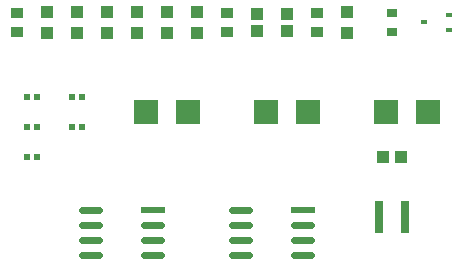
<source format=gbp>
G04 EAGLE Gerber RS-274X export*
G75*
%MOMM*%
%FSLAX34Y34*%
%LPD*%
%INSolder paste bottom*%
%IPPOS*%
%AMOC8*
5,1,8,0,0,1.08239X$1,22.5*%
G01*
%ADD10R,1.000000X1.100000*%
%ADD11R,0.980000X0.920000*%
%ADD12R,2.000000X2.000000*%
%ADD13R,0.800000X2.700000*%
%ADD14R,0.600000X0.400000*%
%ADD15R,0.930000X0.790000*%
%ADD16R,2.065000X0.626000*%
%ADD17C,0.626000*%
%ADD18R,1.020000X1.000000*%
%ADD19R,1.000000X1.020000*%
%ADD20R,0.540000X0.600000*%


D10*
X317500Y232800D03*
X317500Y249800D03*
D11*
X292100Y233550D03*
X292100Y249050D03*
D12*
X183100Y165100D03*
X147100Y165100D03*
D13*
X366600Y76200D03*
X344600Y76200D03*
D14*
X404200Y247800D03*
X404200Y234800D03*
X383200Y241300D03*
D15*
X355600Y249500D03*
X355600Y233100D03*
D16*
X153210Y82550D03*
D17*
X160405Y69850D02*
X146015Y69850D01*
X146015Y57150D02*
X160405Y57150D01*
X160405Y44450D02*
X146015Y44450D01*
X107985Y44450D02*
X93595Y44450D01*
X93595Y57150D02*
X107985Y57150D01*
X107985Y69850D02*
X93595Y69850D01*
X93595Y82550D02*
X107985Y82550D01*
D18*
X266700Y233710D03*
X266700Y248890D03*
X241300Y233710D03*
X241300Y248890D03*
D19*
X363190Y127000D03*
X348010Y127000D03*
D11*
X215900Y233550D03*
X215900Y249050D03*
D10*
X190500Y232800D03*
X190500Y249800D03*
X165100Y232800D03*
X165100Y249800D03*
X139700Y232800D03*
X139700Y249800D03*
X114300Y232800D03*
X114300Y249800D03*
X88900Y232800D03*
X88900Y249800D03*
X63500Y232800D03*
X63500Y249800D03*
D12*
X284700Y165100D03*
X248700Y165100D03*
X386300Y165100D03*
X350300Y165100D03*
D16*
X280210Y82550D03*
D17*
X287405Y69850D02*
X273015Y69850D01*
X273015Y57150D02*
X287405Y57150D01*
X287405Y44450D02*
X273015Y44450D01*
X234985Y44450D02*
X220595Y44450D01*
X220595Y57150D02*
X234985Y57150D01*
X234985Y69850D02*
X220595Y69850D01*
X220595Y82550D02*
X234985Y82550D01*
D11*
X38100Y233550D03*
X38100Y249050D03*
D20*
X93200Y152400D03*
X84600Y152400D03*
X93200Y177800D03*
X84600Y177800D03*
X55100Y177800D03*
X46500Y177800D03*
X55100Y152400D03*
X46500Y152400D03*
X55100Y127000D03*
X46500Y127000D03*
M02*

</source>
